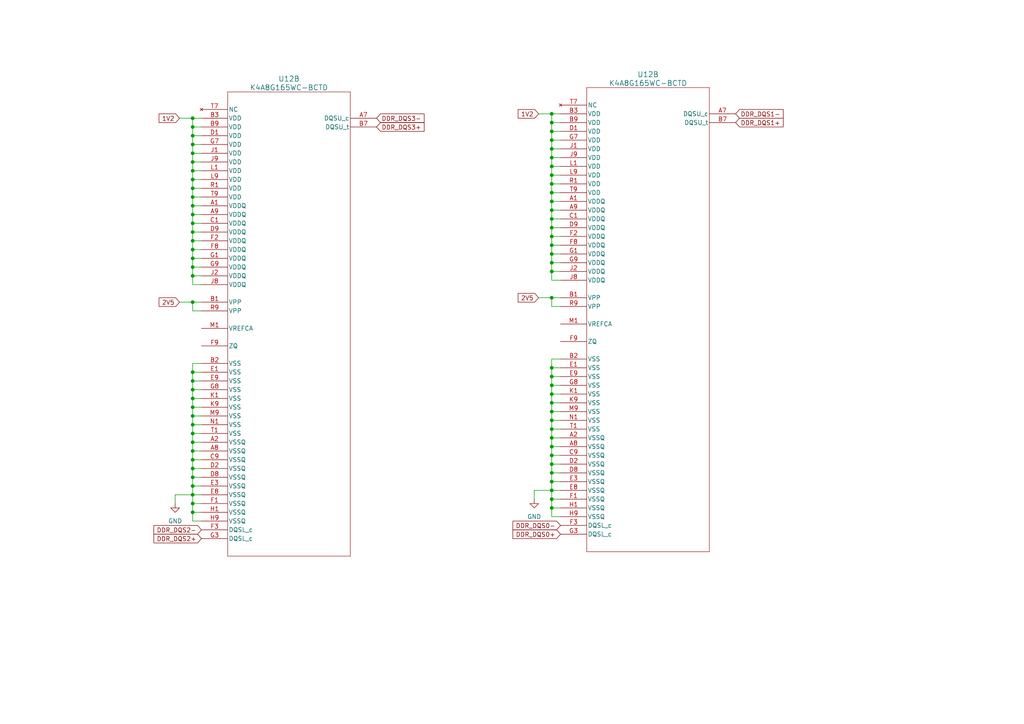
<source format=kicad_sch>
(kicad_sch (version 20230121) (generator eeschema)
  (paper "A4")
  (lib_symbols
    (symbol "K4A8G165W:K4A8G165WC-BCTD" (pin_names (offset 0.254))
      (property "Reference" "U" (at 27.94 12.7 0))
      (property "Value" "K4A8G165WC-BCTD" (at 27.94 10.16 0))
      (symbol "K4A8G165WC-BCTD_1_1"
        (polyline (pts (xy 7.62 -91.44) (xy 48.26 -91.44)) (stroke (width 0.127)))
        (polyline (pts (xy 7.62 7.62) (xy 7.62 -91.44)) (stroke (width 0.127)))
        (polyline (pts (xy 48.26 -91.44) (xy 48.26 7.62)) (stroke (width 0.127)))
        (polyline (pts (xy 48.26 7.62) (xy 7.62 7.62)) (stroke (width 0.127)))
        (pin bidirectional line (at 55.88 -22.86 180) (length 7.62) (name "DQU0") (number "A3"))
        (pin bidirectional line (at 55.88 -25.4 180) (length 7.62) (name "DQU1") (number "B8"))
        (pin bidirectional line (at 55.88 -33.02 180) (length 7.62) (name "DQU4") (number "C2"))
        (pin bidirectional line (at 55.88 -27.94 180) (length 7.62) (name "DQU2") (number "C3"))
        (pin bidirectional line (at 55.88 -30.48 180) (length 7.62) (name "DQU3") (number "C7"))
        (pin bidirectional line (at 55.88 -35.56 180) (length 7.62) (name "DQU5") (number "C8"))
        (pin bidirectional line (at 55.88 -38.1 180) (length 7.62) (name "DQU6") (number "D3"))
        (pin bidirectional line (at 55.88 -40.64 180) (length 7.62) (name "DQU7") (number "D7"))
        (pin bidirectional line (at 0 -86.36 0) (length 7.62) (name "DMU_n/DBIU_n") (number "E2"))
        (pin bidirectional line (at 0 -83.82 0) (length 7.62) (name "DML_n/DBIL_n") (number "E7"))
        (pin bidirectional line (at 55.88 -2.54 180) (length 7.62) (name "DQL1") (number "F7"))
        (pin bidirectional line (at 55.88 0 180) (length 7.62) (name "DQL0") (number "G2"))
        (pin bidirectional line (at 55.88 -10.16 180) (length 7.62) (name "DQL4") (number "H2"))
        (pin bidirectional line (at 55.88 -5.08 180) (length 7.62) (name "DQL2") (number "H3"))
        (pin bidirectional line (at 55.88 -7.62 180) (length 7.62) (name "DQL3") (number "H7"))
        (pin bidirectional line (at 55.88 -12.7 180) (length 7.62) (name "DQL5") (number "H8"))
        (pin bidirectional line (at 55.88 -15.24 180) (length 7.62) (name "DQL6") (number "J3"))
        (pin bidirectional line (at 55.88 -17.78 180) (length 7.62) (name "DQL7") (number "J7"))
        (pin input line (at 0 -60.96 0) (length 7.62) (name "CKE") (number "K2"))
        (pin input line (at 0 -66.04 0) (length 7.62) (name "ODT") (number "K3"))
        (pin input line (at 0 -58.42 0) (length 7.62) (name "CK_t") (number "K7"))
        (pin input line (at 0 -55.88 0) (length 7.62) (name "CK_c") (number "K8"))
        (pin input line (at 0 -78.74 0) (length 7.62) (name "WE_n/A14") (number "L2"))
        (pin input line (at 0 -35.56 0) (length 7.62) (name "ACT_n") (number "L3"))
        (pin input line (at 0 -63.5 0) (length 7.62) (name "CS_n") (number "L7"))
        (pin input line (at 0 -71.12 0) (length 7.62) (name "RAS_n") (number "L8"))
        (pin input line (at 0 -50.8 0) (length 7.62) (name "BG0") (number "M2"))
        (pin input line (at 0 -25.4 0) (length 7.62) (name "A10/AP") (number "M3"))
        (pin input line (at 0 -30.48 0) (length 7.62) (name "A12/BC_n") (number "M7"))
        (pin input line (at 0 -53.34 0) (length 7.62) (name "CAS_n/A15") (number "M8"))
        (pin input line (at 0 -43.18 0) (length 7.62) (name "BA0") (number "N2"))
        (pin input line (at 0 -10.16 0) (length 7.62) (name "A4") (number "N3"))
        (pin input line (at 0 -7.62 0) (length 7.62) (name "A3") (number "N7"))
        (pin input line (at 0 -45.72 0) (length 7.62) (name "BA1") (number "N8"))
        (pin input line (at 0 -76.2 0) (length 7.62) (name "TEN") (number "N9"))
        (pin input line (at 0 -73.66 0) (length 7.62) (name "RESET_n") (number "P1"))
        (pin input line (at 0 -15.24 0) (length 7.62) (name "A6") (number "P2"))
        (pin input line (at 0 0 0) (length 7.62) (name "A0") (number "P3"))
        (pin input line (at 0 -2.54 0) (length 7.62) (name "A1") (number "P7"))
        (pin input line (at 0 -12.7 0) (length 7.62) (name "A5") (number "P8"))
        (pin input line (at 0 -38.1 0) (length 7.62) (name "ALERT_n") (number "P9"))
        (pin input line (at 0 -20.32 0) (length 7.62) (name "A8") (number "R2"))
        (pin input line (at 0 -5.08 0) (length 7.62) (name "A2") (number "R3"))
        (pin input line (at 0 -22.86 0) (length 7.62) (name "A9") (number "R7"))
        (pin input line (at 0 -17.78 0) (length 7.62) (name "A7") (number "R8"))
        (pin input line (at 0 -27.94 0) (length 7.62) (name "A11") (number "T2"))
        (pin input line (at 0 -68.58 0) (length 7.62) (name "PAR") (number "T3"))
        (pin input line (at 0 -33.02 0) (length 7.62) (name "A13") (number "T8"))
      )
      (symbol "K4A8G165WC-BCTD_2_1"
        (polyline (pts (xy 7.62 -129.54) (xy 43.18 -129.54)) (stroke (width 0.127)))
        (polyline (pts (xy 7.62 5.08) (xy 7.62 -129.54)) (stroke (width 0.127)))
        (polyline (pts (xy 43.18 -129.54) (xy 43.18 5.08)) (stroke (width 0.127)))
        (polyline (pts (xy 43.18 5.08) (xy 7.62 5.08)) (stroke (width 0.127)))
        (pin power_in line (at 0 -27.94 0) (length 7.62) (name "VDDQ") (number "A1"))
        (pin power_out line (at 0 -96.52 0) (length 7.62) (name "VSSQ") (number "A2"))
        (pin bidirectional line (at 50.8 -2.54 180) (length 7.62) (name "DQSU_c") (number "A7"))
        (pin power_out line (at 0 -99.06 0) (length 7.62) (name "VSSQ") (number "A8"))
        (pin power_in line (at 0 -30.48 0) (length 7.62) (name "VDDQ") (number "A9"))
        (pin power_in line (at 0 -55.88 0) (length 7.62) (name "VPP") (number "B1"))
        (pin power_out line (at 0 -73.66 0) (length 7.62) (name "VSS") (number "B2"))
        (pin power_in line (at 0 -2.54 0) (length 7.62) (name "VDD") (number "B3"))
        (pin bidirectional line (at 50.8 -5.08 180) (length 7.62) (name "DQSU_t") (number "B7"))
        (pin power_in line (at 0 -5.08 0) (length 7.62) (name "VDD") (number "B9"))
        (pin power_in line (at 0 -33.02 0) (length 7.62) (name "VDDQ") (number "C1"))
        (pin power_out line (at 0 -101.6 0) (length 7.62) (name "VSSQ") (number "C9"))
        (pin power_in line (at 0 -7.62 0) (length 7.62) (name "VDD") (number "D1"))
        (pin power_out line (at 0 -104.14 0) (length 7.62) (name "VSSQ") (number "D2"))
        (pin power_out line (at 0 -106.68 0) (length 7.62) (name "VSSQ") (number "D8"))
        (pin power_in line (at 0 -35.56 0) (length 7.62) (name "VDDQ") (number "D9"))
        (pin power_out line (at 0 -76.2 0) (length 7.62) (name "VSS") (number "E1"))
        (pin power_out line (at 0 -109.22 0) (length 7.62) (name "VSSQ") (number "E3"))
        (pin power_out line (at 0 -111.76 0) (length 7.62) (name "VSSQ") (number "E8"))
        (pin power_out line (at 0 -78.74 0) (length 7.62) (name "VSS") (number "E9"))
        (pin power_out line (at 0 -114.3 0) (length 7.62) (name "VSSQ") (number "F1"))
        (pin power_in line (at 0 -38.1 0) (length 7.62) (name "VDDQ") (number "F2"))
        (pin bidirectional line (at 0 -121.92 0) (length 7.62) (name "DQSL_c") (number "F3"))
        (pin power_in line (at 0 -40.64 0) (length 7.62) (name "VDDQ") (number "F8"))
        (pin power_in line (at 0 -68.58 0) (length 7.62) (name "ZQ") (number "F9"))
        (pin power_in line (at 0 -43.18 0) (length 7.62) (name "VDDQ") (number "G1"))
        (pin bidirectional line (at 0 -124.46 0) (length 7.62) (name "DQSL_c") (number "G3"))
        (pin power_in line (at 0 -10.16 0) (length 7.62) (name "VDD") (number "G7"))
        (pin power_out line (at 0 -81.28 0) (length 7.62) (name "VSS") (number "G8"))
        (pin power_in line (at 0 -45.72 0) (length 7.62) (name "VDDQ") (number "G9"))
        (pin power_out line (at 0 -116.84 0) (length 7.62) (name "VSSQ") (number "H1"))
        (pin power_out line (at 0 -119.38 0) (length 7.62) (name "VSSQ") (number "H9"))
        (pin power_in line (at 0 -12.7 0) (length 7.62) (name "VDD") (number "J1"))
        (pin power_in line (at 0 -48.26 0) (length 7.62) (name "VDDQ") (number "J2"))
        (pin power_in line (at 0 -50.8 0) (length 7.62) (name "VDDQ") (number "J8"))
        (pin power_in line (at 0 -15.24 0) (length 7.62) (name "VDD") (number "J9"))
        (pin power_out line (at 0 -83.82 0) (length 7.62) (name "VSS") (number "K1"))
        (pin power_out line (at 0 -86.36 0) (length 7.62) (name "VSS") (number "K9"))
        (pin power_in line (at 0 -17.78 0) (length 7.62) (name "VDD") (number "L1"))
        (pin power_in line (at 0 -20.32 0) (length 7.62) (name "VDD") (number "L9"))
        (pin power_in line (at 0 -63.5 0) (length 7.62) (name "VREFCA") (number "M1"))
        (pin power_out line (at 0 -88.9 0) (length 7.62) (name "VSS") (number "M9"))
        (pin power_out line (at 0 -91.44 0) (length 7.62) (name "VSS") (number "N1"))
        (pin power_in line (at 0 -22.86 0) (length 7.62) (name "VDD") (number "R1"))
        (pin power_in line (at 0 -58.42 0) (length 7.62) (name "VPP") (number "R9"))
        (pin power_out line (at 0 -93.98 0) (length 7.62) (name "VSS") (number "T1"))
        (pin no_connect line (at 0 0 0) (length 7.62) (name "NC") (number "T7"))
        (pin power_in line (at 0 -25.4 0) (length 7.62) (name "VDD") (number "T9"))
      )
    )
    (symbol "power:GND" (power) (pin_names (offset 0))
      (property "Value" "GND" (at 0 -3.81 0))
      (symbol "GND_0_1"
        (polyline (pts (xy 0 0) (xy 0 -1.27) (xy 1.27 -1.27) (xy 0 -2.54) (xy -1.27 -1.27) (xy 0 -1.27)))
      )
      (symbol "GND_1_1"
        (pin power_in line (at 0 0 270) (length 0) hide (name "GND") (number "1"))
      )
    )
  )
  (junction (at 160.02 68.58))
  (junction (at 55.88 62.23))
  (junction (at 55.88 120.65))
  (junction (at 55.88 52.07))
  (junction (at 55.88 128.27))
  (junction (at 160.02 119.38))
  (junction (at 160.02 86.36))
  (junction (at 55.88 115.57))
  (junction (at 55.88 113.03))
  (junction (at 160.02 111.76))
  (junction (at 160.02 109.22))
  (junction (at 55.88 146.05))
  (junction (at 55.88 67.31))
  (junction (at 160.02 124.46))
  (junction (at 160.02 45.72))
  (junction (at 55.88 123.19))
  (junction (at 160.02 132.08))
  (junction (at 160.02 129.54))
  (junction (at 55.88 59.69))
  (junction (at 160.02 142.24))
  (junction (at 160.02 50.8))
  (junction (at 160.02 78.74))
  (junction (at 160.02 53.34))
  (junction (at 160.02 63.5))
  (junction (at 55.88 39.37))
  (junction (at 55.88 64.77))
  (junction (at 55.88 140.97))
  (junction (at 55.88 69.85))
  (junction (at 160.02 139.7))
  (junction (at 160.02 134.62))
  (junction (at 55.88 74.93))
  (junction (at 160.02 55.88))
  (junction (at 160.02 43.18))
  (junction (at 160.02 35.56))
  (junction (at 160.02 121.92))
  (junction (at 55.88 77.47))
  (junction (at 160.02 48.26))
  (junction (at 160.02 58.42))
  (junction (at 160.02 73.66))
  (junction (at 55.88 125.73))
  (junction (at 160.02 71.12))
  (junction (at 55.88 138.43))
  (junction (at 55.88 80.01))
  (junction (at 55.88 72.39))
  (junction (at 55.88 46.99))
  (junction (at 55.88 49.53))
  (junction (at 55.88 118.11))
  (junction (at 160.02 114.3))
  (junction (at 160.02 60.96))
  (junction (at 55.88 135.89))
  (junction (at 160.02 76.2))
  (junction (at 160.02 33.02))
  (junction (at 55.88 34.29))
  (junction (at 160.02 116.84))
  (junction (at 55.88 110.49))
  (junction (at 55.88 36.83))
  (junction (at 55.88 41.91))
  (junction (at 160.02 66.04))
  (junction (at 55.88 133.35))
  (junction (at 55.88 54.61))
  (junction (at 160.02 144.78))
  (junction (at 55.88 107.95))
  (junction (at 55.88 44.45))
  (junction (at 160.02 40.64))
  (junction (at 160.02 106.68))
  (junction (at 160.02 147.32))
  (junction (at 55.88 57.15))
  (junction (at 55.88 148.59))
  (junction (at 160.02 137.16))
  (junction (at 160.02 127))
  (junction (at 55.88 87.63))
  (junction (at 55.88 130.81))
  (junction (at 55.88 143.51))
  (junction (at 160.02 38.1))
  (wire (pts (xy 160.02 55.88) (xy 160.02 53.34)))
  (wire (pts (xy 55.88 87.63) (xy 58.42 87.63)))
  (wire (pts (xy 160.02 45.72) (xy 160.02 43.18)))
  (wire (pts (xy 160.02 63.5) (xy 160.02 66.04)))
  (wire (pts (xy 58.42 57.15) (xy 55.88 57.15)))
  (wire (pts (xy 55.88 135.89) (xy 58.42 135.89)))
  (wire (pts (xy 55.88 54.61) (xy 55.88 52.07)))
  (wire (pts (xy 55.88 151.13) (xy 55.88 148.59)))
  (wire (pts (xy 160.02 66.04) (xy 160.02 68.58)))
  (wire (pts (xy 55.88 34.29) (xy 58.42 34.29)))
  (wire (pts (xy 55.88 49.53) (xy 58.42 49.53)))
  (wire (pts (xy 50.8 143.51) (xy 55.88 143.51)))
  (wire (pts (xy 160.02 76.2) (xy 160.02 78.74)))
  (wire (pts (xy 55.88 69.85) (xy 58.42 69.85)))
  (wire (pts (xy 160.02 137.16) (xy 160.02 134.62)))
  (wire (pts (xy 55.88 74.93) (xy 55.88 77.47)))
  (wire (pts (xy 160.02 129.54) (xy 160.02 127)))
  (wire (pts (xy 55.88 148.59) (xy 58.42 148.59)))
  (wire (pts (xy 55.88 118.11) (xy 55.88 115.57)))
  (wire (pts (xy 55.88 148.59) (xy 55.88 146.05)))
  (wire (pts (xy 160.02 40.64) (xy 162.56 40.64)))
  (wire (pts (xy 55.88 82.55) (xy 58.42 82.55)))
  (wire (pts (xy 55.88 90.17) (xy 55.88 87.63)))
  (wire (pts (xy 55.88 36.83) (xy 55.88 34.29)))
  (wire (pts (xy 58.42 125.73) (xy 55.88 125.73)))
  (wire (pts (xy 55.88 52.07) (xy 55.88 49.53)))
  (wire (pts (xy 55.88 41.91) (xy 55.88 39.37)))
  (wire (pts (xy 160.02 127) (xy 162.56 127)))
  (wire (pts (xy 160.02 73.66) (xy 162.56 73.66)))
  (wire (pts (xy 58.42 151.13) (xy 55.88 151.13)))
  (wire (pts (xy 160.02 121.92) (xy 162.56 121.92)))
  (wire (pts (xy 156.21 86.36) (xy 160.02 86.36)))
  (wire (pts (xy 52.07 34.29) (xy 55.88 34.29)))
  (wire (pts (xy 55.88 80.01) (xy 55.88 82.55)))
  (wire (pts (xy 160.02 40.64) (xy 160.02 38.1)))
  (wire (pts (xy 55.88 118.11) (xy 58.42 118.11)))
  (wire (pts (xy 50.8 146.05) (xy 50.8 143.51)))
  (wire (pts (xy 160.02 33.02) (xy 162.56 33.02)))
  (wire (pts (xy 160.02 124.46) (xy 160.02 121.92)))
  (wire (pts (xy 55.88 128.27) (xy 58.42 128.27)))
  (wire (pts (xy 55.88 67.31) (xy 58.42 67.31)))
  (wire (pts (xy 160.02 137.16) (xy 162.56 137.16)))
  (wire (pts (xy 55.88 113.03) (xy 58.42 113.03)))
  (wire (pts (xy 162.56 88.9) (xy 160.02 88.9)))
  (wire (pts (xy 160.02 109.22) (xy 162.56 109.22)))
  (wire (pts (xy 160.02 71.12) (xy 160.02 73.66)))
  (wire (pts (xy 160.02 147.32) (xy 160.02 144.78)))
  (wire (pts (xy 55.88 46.99) (xy 55.88 44.45)))
  (wire (pts (xy 160.02 142.24) (xy 162.56 142.24)))
  (wire (pts (xy 160.02 68.58) (xy 162.56 68.58)))
  (wire (pts (xy 160.02 124.46) (xy 160.02 127)))
  (wire (pts (xy 160.02 134.62) (xy 162.56 134.62)))
  (wire (pts (xy 160.02 114.3) (xy 162.56 114.3)))
  (wire (pts (xy 160.02 58.42) (xy 160.02 60.96)))
  (wire (pts (xy 160.02 60.96) (xy 162.56 60.96)))
  (wire (pts (xy 160.02 116.84) (xy 160.02 114.3)))
  (wire (pts (xy 160.02 111.76) (xy 162.56 111.76)))
  (wire (pts (xy 160.02 144.78) (xy 160.02 142.24)))
  (wire (pts (xy 160.02 147.32) (xy 162.56 147.32)))
  (wire (pts (xy 55.88 115.57) (xy 58.42 115.57)))
  (wire (pts (xy 55.88 107.95) (xy 58.42 107.95)))
  (wire (pts (xy 160.02 38.1) (xy 162.56 38.1)))
  (wire (pts (xy 55.88 64.77) (xy 55.88 67.31)))
  (wire (pts (xy 160.02 134.62) (xy 160.02 132.08)))
  (wire (pts (xy 55.88 44.45) (xy 58.42 44.45)))
  (wire (pts (xy 55.88 57.15) (xy 55.88 54.61)))
  (wire (pts (xy 160.02 86.36) (xy 162.56 86.36)))
  (wire (pts (xy 156.21 33.02) (xy 160.02 33.02)))
  (wire (pts (xy 160.02 48.26) (xy 160.02 45.72)))
  (wire (pts (xy 160.02 38.1) (xy 160.02 35.56)))
  (wire (pts (xy 55.88 49.53) (xy 55.88 46.99)))
  (wire (pts (xy 160.02 43.18) (xy 162.56 43.18)))
  (wire (pts (xy 160.02 71.12) (xy 162.56 71.12)))
  (wire (pts (xy 58.42 59.69) (xy 55.88 59.69)))
  (wire (pts (xy 55.88 46.99) (xy 58.42 46.99)))
  (wire (pts (xy 55.88 130.81) (xy 58.42 130.81)))
  (wire (pts (xy 160.02 50.8) (xy 162.56 50.8)))
  (wire (pts (xy 160.02 132.08) (xy 160.02 129.54)))
  (wire (pts (xy 160.02 78.74) (xy 160.02 81.28)))
  (wire (pts (xy 55.88 74.93) (xy 58.42 74.93)))
  (wire (pts (xy 55.88 123.19) (xy 55.88 120.65)))
  (wire (pts (xy 55.88 140.97) (xy 55.88 138.43)))
  (wire (pts (xy 154.94 144.78) (xy 154.94 142.24)))
  (wire (pts (xy 160.02 60.96) (xy 160.02 63.5)))
  (wire (pts (xy 55.88 77.47) (xy 58.42 77.47)))
  (wire (pts (xy 55.88 135.89) (xy 55.88 133.35)))
  (wire (pts (xy 160.02 144.78) (xy 162.56 144.78)))
  (wire (pts (xy 160.02 68.58) (xy 160.02 71.12)))
  (wire (pts (xy 162.56 58.42) (xy 160.02 58.42)))
  (wire (pts (xy 160.02 35.56) (xy 162.56 35.56)))
  (wire (pts (xy 160.02 48.26) (xy 162.56 48.26)))
  (wire (pts (xy 160.02 106.68) (xy 160.02 104.14)))
  (wire (pts (xy 55.88 125.73) (xy 55.88 123.19)))
  (wire (pts (xy 55.88 110.49) (xy 55.88 107.95)))
  (wire (pts (xy 55.88 113.03) (xy 55.88 110.49)))
  (wire (pts (xy 55.88 125.73) (xy 55.88 128.27)))
  (wire (pts (xy 55.88 77.47) (xy 55.88 80.01)))
  (wire (pts (xy 55.88 138.43) (xy 58.42 138.43)))
  (wire (pts (xy 160.02 66.04) (xy 162.56 66.04)))
  (wire (pts (xy 160.02 78.74) (xy 162.56 78.74)))
  (wire (pts (xy 55.88 44.45) (xy 55.88 41.91)))
  (wire (pts (xy 160.02 63.5) (xy 162.56 63.5)))
  (wire (pts (xy 55.88 107.95) (xy 55.88 105.41)))
  (wire (pts (xy 160.02 119.38) (xy 162.56 119.38)))
  (wire (pts (xy 55.88 62.23) (xy 55.88 64.77)))
  (wire (pts (xy 160.02 73.66) (xy 160.02 76.2)))
  (wire (pts (xy 160.02 111.76) (xy 160.02 109.22)))
  (wire (pts (xy 55.88 146.05) (xy 58.42 146.05)))
  (wire (pts (xy 160.02 50.8) (xy 160.02 48.26)))
  (wire (pts (xy 58.42 90.17) (xy 55.88 90.17)))
  (wire (pts (xy 55.88 115.57) (xy 55.88 113.03)))
  (wire (pts (xy 55.88 105.41) (xy 58.42 105.41)))
  (wire (pts (xy 160.02 139.7) (xy 160.02 137.16)))
  (wire (pts (xy 162.56 124.46) (xy 160.02 124.46)))
  (wire (pts (xy 55.88 62.23) (xy 58.42 62.23)))
  (wire (pts (xy 55.88 41.91) (xy 58.42 41.91)))
  (wire (pts (xy 160.02 121.92) (xy 160.02 119.38)))
  (wire (pts (xy 160.02 109.22) (xy 160.02 106.68)))
  (wire (pts (xy 55.88 67.31) (xy 55.88 69.85)))
  (wire (pts (xy 160.02 53.34) (xy 162.56 53.34)))
  (wire (pts (xy 55.88 72.39) (xy 55.88 74.93)))
  (wire (pts (xy 55.88 72.39) (xy 58.42 72.39)))
  (wire (pts (xy 160.02 81.28) (xy 162.56 81.28)))
  (wire (pts (xy 55.88 59.69) (xy 55.88 62.23)))
  (wire (pts (xy 160.02 76.2) (xy 162.56 76.2)))
  (wire (pts (xy 162.56 149.86) (xy 160.02 149.86)))
  (wire (pts (xy 55.88 110.49) (xy 58.42 110.49)))
  (wire (pts (xy 160.02 88.9) (xy 160.02 86.36)))
  (wire (pts (xy 160.02 43.18) (xy 160.02 40.64)))
  (wire (pts (xy 55.88 36.83) (xy 58.42 36.83)))
  (wire (pts (xy 55.88 39.37) (xy 58.42 39.37)))
  (wire (pts (xy 160.02 132.08) (xy 162.56 132.08)))
  (wire (pts (xy 160.02 139.7) (xy 162.56 139.7)))
  (wire (pts (xy 55.88 80.01) (xy 58.42 80.01)))
  (wire (pts (xy 55.88 69.85) (xy 55.88 72.39)))
  (wire (pts (xy 160.02 119.38) (xy 160.02 116.84)))
  (wire (pts (xy 55.88 138.43) (xy 55.88 135.89)))
  (wire (pts (xy 55.88 146.05) (xy 55.88 143.51)))
  (wire (pts (xy 160.02 149.86) (xy 160.02 147.32)))
  (wire (pts (xy 55.88 140.97) (xy 58.42 140.97)))
  (wire (pts (xy 160.02 114.3) (xy 160.02 111.76)))
  (wire (pts (xy 160.02 45.72) (xy 162.56 45.72)))
  (wire (pts (xy 55.88 143.51) (xy 58.42 143.51)))
  (wire (pts (xy 160.02 35.56) (xy 160.02 33.02)))
  (wire (pts (xy 55.88 57.15) (xy 55.88 59.69)))
  (wire (pts (xy 52.07 87.63) (xy 55.88 87.63)))
  (wire (pts (xy 162.56 55.88) (xy 160.02 55.88)))
  (wire (pts (xy 55.88 143.51) (xy 55.88 140.97)))
  (wire (pts (xy 55.88 120.65) (xy 55.88 118.11)))
  (wire (pts (xy 55.88 64.77) (xy 58.42 64.77)))
  (wire (pts (xy 160.02 116.84) (xy 162.56 116.84)))
  (wire (pts (xy 55.88 133.35) (xy 58.42 133.35)))
  (wire (pts (xy 160.02 55.88) (xy 160.02 58.42)))
  (wire (pts (xy 160.02 104.14) (xy 162.56 104.14)))
  (wire (pts (xy 55.88 123.19) (xy 58.42 123.19)))
  (wire (pts (xy 55.88 39.37) (xy 55.88 36.83)))
  (wire (pts (xy 55.88 52.07) (xy 58.42 52.07)))
  (wire (pts (xy 160.02 129.54) (xy 162.56 129.54)))
  (wire (pts (xy 55.88 133.35) (xy 55.88 130.81)))
  (wire (pts (xy 154.94 142.24) (xy 160.02 142.24)))
  (wire (pts (xy 160.02 53.34) (xy 160.02 50.8)))
  (wire (pts (xy 55.88 54.61) (xy 58.42 54.61)))
  (wire (pts (xy 55.88 120.65) (xy 58.42 120.65)))
  (wire (pts (xy 160.02 142.24) (xy 160.02 139.7)))
  (wire (pts (xy 55.88 130.81) (xy 55.88 128.27)))
  (wire (pts (xy 160.02 106.68) (xy 162.56 106.68)))
  (global_label "DDR_DQS1-" (shape input) (at 213.36 33.02 0) (property "Intersheetrefs" "${INTERSHEET_REFS}" (effects hide)))
  (global_label "2V5" (shape input) (at 156.21 86.36 180) (property "Intersheetrefs" "${INTERSHEET_REFS}" (effects hide)))
  (global_label "DDR_DQS2+" (shape input) (at 58.42 156.21 180) (property "Intersheetrefs" "${INTERSHEET_REFS}" (effects hide)))
  (global_label "DDR_DQS0-" (shape input) (at 162.56 152.4 180) (property "Intersheetrefs" "${INTERSHEET_REFS}" (effects hide)))
  (global_label "2V5" (shape input) (at 52.07 87.63 180) (property "Intersheetrefs" "${INTERSHEET_REFS}" (effects hide)))
  (global_label "1V2" (shape input) (at 156.21 33.02 180) (property "Intersheetrefs" "${INTERSHEET_REFS}" (effects hide)))
  (global_label "DDR_DQS1+" (shape input) (at 213.36 35.56 0) (property "Intersheetrefs" "${INTERSHEET_REFS}" (effects hide)))
  (global_label "DDR_DQS2-" (shape input) (at 58.42 153.67 180) (property "Intersheetrefs" "${INTERSHEET_REFS}" (effects hide)))
  (global_label "1V2" (shape input) (at 52.07 34.29 180) (property "Intersheetrefs" "${INTERSHEET_REFS}" (effects hide)))
  (global_label "DDR_DQS3+" (shape input) (at 109.22 36.83 0) (property "Intersheetrefs" "${INTERSHEET_REFS}" (effects hide)))
  (global_label "DDR_DQS0+" (shape input) (at 162.56 154.94 180) (property "Intersheetrefs" "${INTERSHEET_REFS}" (effects hide)))
  (global_label "DDR_DQS3-" (shape input) (at 109.22 34.29 0) (property "Intersheetrefs" "${INTERSHEET_REFS}" (effects hide)))
  (symbol (lib_id "power:GND") (at 50.8 146.05 0) (unit 1)
    (property "Reference" "#PWR049" (effects hide))
    (property "Value" "GND" (at 50.8 151.13 0))
  )
  (symbol (lib_id "K4A8G165W:K4A8G165WC-BCTD") (at 162.56 30.48 0) (unit 2)
    (property "Reference" "U12" (at 187.96 21.59 0) (effects (font (size 1.524 1.524))))
    (property "Value" "K4A8G165WC-BCTD" (at 187.96 24.13 0) (effects (font (size 1.524 1.524))))
    (property "Footprint" "lib:FBGA96X16_7P5X13P3_SAM" (effects hide))
    (property "Datasheet" "K4A8G165WC-BCTD" (effects hide))
  )
  (symbol (lib_id "power:GND") (at 154.94 144.78 0) (unit 1)
    (property "Reference" "#PWR034" (effects hide))
    (property "Value" "GND" (at 154.94 149.86 0))
  )
  (symbol (lib_id "K4A8G165W:K4A8G165WC-BCTD") (at 58.42 31.75 0) (unit 2)
    (property "Reference" "U12" (at 83.82 22.86 0) (effects (font (size 1.524 1.524))))
    (property "Value" "K4A8G165WC-BCTD" (at 83.82 25.4 0) (effects (font (size 1.524 1.524))))
    (property "Footprint" "lib:FBGA96X16_7P5X13P3_SAM" (effects hide))
    (property "Datasheet" "K4A8G165WC-BCTD" (effects hide))
    (instances (project "space-berry" (path "" (reference "U12") (unit 2)) (path "" (reference "U14") (unit 2))))
  )
)
</source>
